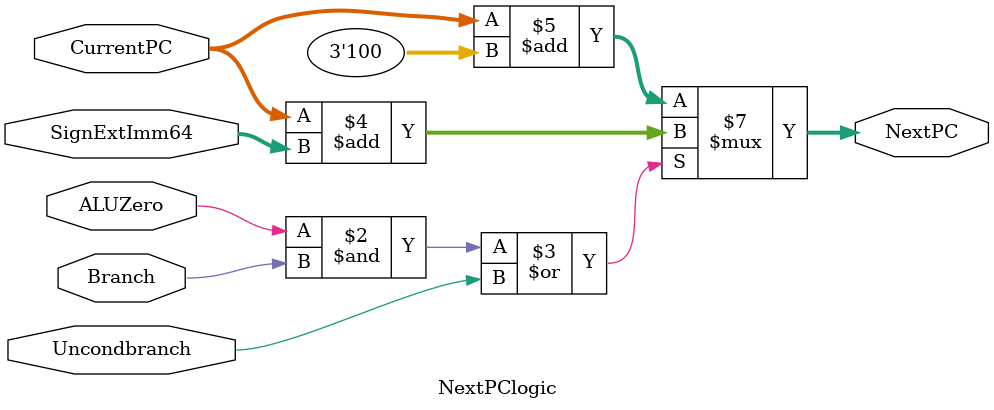
<source format=v>
module NextPClogic(NextPC, CurrentPC, SignExtImm64, Branch, ALUZero, Uncondbranch); 
   input [63:0] CurrentPC, SignExtImm64; 
   input 	Branch, ALUZero, Uncondbranch; 
   output reg [63:0] NextPC; 

   //If any of the variables change
   always @(*)
     begin
      //Check if there is a branch and add the address accordingly
	if ((ALUZero & Branch) | Uncondbranch) NextPC = CurrentPC + SignExtImm64;
	//Otherwise, increment the PC by 4
	else NextPC = CurrentPC + 3'b100;
     end

endmodule

</source>
